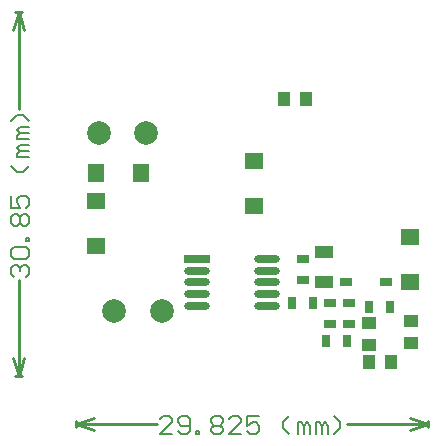
<source format=gbp>
*
%LPD*%
%LNVIPer01-buck.GBP*%
%FSLAX24Y24*%
%MOIN*%
%AD*%
%ADD10C,0.009843*%
%ADD11C,0.005906*%
%ADD15C,0.07874*%
%ADD18R,0.064961X0.057087*%
%ADD19R,0.057087X0.064961*%
%ADD20R,0.03937X0.031496*%
%ADD21R,0.03937X0.051181*%
%ADD22R,0.031496X0.03937*%
%ADD23R,0.059055X0.043307*%
%ADD24R,0.051181X0.03937*%
%ADD25O,0.086614X0.027559*%
%ADD26O,0.086614X0.027559*%
%ADD27R,0.086614X0.027559*%
G54D10*
%SRX1Y1I0.0J0.0*%
G1X91720Y87441D2*
G1X91921Y87441D1*
G1X91720Y75295D2*
G1X91921Y75295D1*
G1X91823Y87441D2*
G1X92020Y86839D1*
G1X91622Y86839D2*
G1X91823Y87441D1*
G1X91823Y75295D2*
G1X92020Y75894D1*
G1X91622Y75894D2*
G1X91823Y75295D1*
G1X91823Y84224D2*
G1X91823Y87441D1*
G1X91823Y75295D2*
G1X91823Y78508D1*
G1X105472Y73618D2*
G1X105472Y73819D1*
G1X93732Y73618D2*
G1X93732Y73819D1*
G1X104874Y73520D2*
G1X105472Y73720D1*
G1X104874Y73917D2*
G1X105472Y73720D1*
G1X93732Y73720D2*
G1X94331Y73520D1*
G1X93732Y73720D2*
G1X94331Y73917D1*
G1X102760Y73720D2*
G1X105472Y73720D1*
G1X93732Y73720D2*
G1X96441Y73720D1*
G1X91681Y78606D2*
G54D11*
G1X91583Y78709D1*
G1X91583Y78909D1*
G1X91681Y79008D1*
G1X91780Y79008D1*
G1X91882Y78909D1*
G1X91882Y78807D1*
G1X91882Y78909D1*
G1X91980Y79008D1*
G1X92083Y79008D1*
G1X92181Y78909D1*
G1X92181Y78709D1*
G1X92083Y78606D1*
G1X91681Y79209D2*
G1X91583Y79307D1*
G1X91583Y79508D1*
G1X91681Y79606D1*
G1X92083Y79606D1*
G1X92181Y79508D1*
G1X92181Y79307D1*
G1X92083Y79209D1*
G1X91681Y79209D1*
G1X92181Y79807D2*
G1X92083Y79807D1*
G1X92083Y79906D1*
G1X92181Y79906D1*
G1X92181Y79807D1*
G1X91681Y80307D2*
G1X91583Y80406D1*
G1X91583Y80606D1*
G1X91681Y80709D1*
G1X91780Y80709D1*
G1X91882Y80606D1*
G1X91980Y80709D1*
G1X92083Y80709D1*
G1X92181Y80606D1*
G1X92181Y80406D1*
G1X92083Y80307D1*
G1X91980Y80307D1*
G1X91882Y80406D1*
G1X91780Y80307D1*
G1X91681Y80307D1*
G1X91882Y80406D2*
G1X91882Y80606D1*
G1X91583Y81307D2*
G1X91583Y80906D1*
G1X91882Y80906D1*
G1X91780Y81106D1*
G1X91780Y81209D1*
G1X91882Y81307D1*
G1X92083Y81307D1*
G1X92181Y81209D1*
G1X92181Y81008D1*
G1X92083Y80906D1*
G1X92181Y82307D2*
G1X91980Y82106D1*
G1X91780Y82106D1*
G1X91583Y82307D1*
G1X92181Y82606D2*
G1X91780Y82606D1*
G1X91780Y82705D1*
G1X91882Y82807D1*
G1X92181Y82807D1*
G1X91882Y82807D1*
G1X91780Y82906D1*
G1X91882Y83008D1*
G1X92181Y83008D1*
G1X92181Y83205D2*
G1X91780Y83205D1*
G1X91780Y83307D1*
G1X91882Y83406D1*
G1X92181Y83406D1*
G1X91882Y83406D1*
G1X91780Y83508D1*
G1X91882Y83606D1*
G1X92181Y83606D1*
G1X92181Y83807D2*
G1X91980Y84008D1*
G1X91780Y84008D1*
G1X91583Y83807D1*
G1X96941Y73358D2*
G1X96543Y73358D1*
G1X96941Y73760D1*
G1X96941Y73858D1*
G1X96843Y73961D1*
G1X96642Y73961D1*
G1X96543Y73858D1*
G1X97142Y73461D2*
G1X97244Y73358D1*
G1X97441Y73358D1*
G1X97543Y73461D1*
G1X97543Y73858D1*
G1X97441Y73961D1*
G1X97244Y73961D1*
G1X97142Y73858D1*
G1X97142Y73760D1*
G1X97244Y73657D1*
G1X97543Y73657D1*
G1X97744Y73358D2*
G1X97744Y73461D1*
G1X97843Y73461D1*
G1X97843Y73358D1*
G1X97744Y73358D1*
G1X98240Y73858D2*
G1X98343Y73961D1*
G1X98543Y73961D1*
G1X98642Y73858D1*
G1X98642Y73760D1*
G1X98543Y73657D1*
G1X98642Y73559D1*
G1X98642Y73461D1*
G1X98543Y73358D1*
G1X98343Y73358D1*
G1X98240Y73461D1*
G1X98240Y73559D1*
G1X98343Y73657D1*
G1X98240Y73760D1*
G1X98240Y73858D1*
G1X98343Y73657D2*
G1X98543Y73657D1*
G1X99240Y73358D2*
G1X98843Y73358D1*
G1X99240Y73760D1*
G1X99240Y73858D1*
G1X99142Y73961D1*
G1X98941Y73961D1*
G1X98843Y73858D1*
G1X99843Y73961D2*
G1X99441Y73961D1*
G1X99441Y73657D1*
G1X99642Y73760D1*
G1X99740Y73760D1*
G1X99843Y73657D1*
G1X99843Y73461D1*
G1X99740Y73358D1*
G1X99543Y73358D1*
G1X99441Y73461D1*
G1X100843Y73358D2*
G1X100642Y73559D1*
G1X100642Y73760D1*
G1X100843Y73961D1*
G1X101142Y73358D2*
G1X101142Y73760D1*
G1X101240Y73760D1*
G1X101343Y73657D1*
G1X101343Y73358D1*
G1X101343Y73657D1*
G1X101441Y73760D1*
G1X101539Y73657D1*
G1X101539Y73358D1*
G1X101740Y73358D2*
G1X101740Y73760D1*
G1X101843Y73760D1*
G1X101941Y73657D1*
G1X101941Y73358D1*
G1X101941Y73657D1*
G1X102039Y73760D1*
G1X102142Y73657D1*
G1X102142Y73358D1*
G1X102343Y73358D2*
G1X102539Y73559D1*
G1X102539Y73760D1*
G1X102343Y73961D1*
G54D15*
G1X95020Y77461D3*
G1X96083Y83406D3*
G1X94508Y83406D3*
G1X96594Y77461D3*
G54D18*
G1X94409Y81130D3*
G1X94409Y79634D3*
G1X99657Y82461D3*
G1X99657Y80965D3*
G1X104882Y79929D3*
G1X104882Y78433D3*
G54D19*
G1X95906Y82075D3*
G1X94409Y82075D3*
G54D20*
G1X104087Y78433D3*
G1X102728Y78433D3*
G1X102827Y77047D3*
G1X102827Y77756D3*
G1X102197Y77756D3*
G1X102197Y77047D3*
G1X101299Y79213D3*
G1X101299Y78504D3*
G54D21*
G1X104252Y75787D3*
G1X103504Y75787D3*
G1X100661Y84535D3*
G1X101409Y84535D3*
G54D22*
G1X102787Y76484D3*
G1X102079Y76484D3*
G1X103496Y77618D3*
G1X104205Y77618D3*
G1X100945Y77744D3*
G1X101654Y77744D3*
G54D23*
G1X101988Y78445D3*
G1X101988Y79429D3*
G54D24*
G1X103504Y76327D3*
G1X103504Y77075D3*
G1X104894Y76406D3*
G1X104894Y77154D3*
G54D25*
G1X100098Y79213D3*
G1X100098Y78819D3*
G1X100098Y77638D3*
G1X97756Y77638D3*
G1X97756Y78819D3*
G1X97756Y78425D3*
G1X97756Y78031D3*
G1X100098Y78425D3*
G54D26*
G1X100098Y78031D3*
G54D27*
G1X97756Y79213D3*
M2*

</source>
